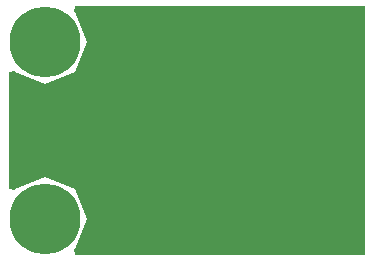
<source format=gbl>
%FSLAX25Y25*%
%MOIN*%
G70*
G01*
G75*
G04 Layer_Physical_Order=2*
G04 Layer_Color=16711680*
%ADD10R,0.06000X0.05000*%
%ADD11O,0.03937X0.01693*%
%ADD12R,0.11811X0.05906*%
%ADD13R,0.11811X0.03937*%
%ADD14R,0.03150X0.02362*%
%ADD15R,0.02362X0.03150*%
%ADD16C,0.01000*%
%ADD17C,0.03937*%
%ADD18C,0.23622*%
G36*
X120621Y1820D02*
X23901D01*
X23517Y3750D01*
X23723Y3836D01*
X27842Y13780D01*
X23723Y23723D01*
X13780Y27842D01*
X3836Y23723D01*
X3750Y23517D01*
X1820Y23901D01*
Y62713D01*
X3750Y63097D01*
X3836Y62891D01*
X13780Y58772D01*
X23723Y62891D01*
X27842Y72835D01*
X23723Y82778D01*
X23517Y82864D01*
X23901Y84795D01*
X120621D01*
Y1820D01*
D02*
G37*
D17*
X7516Y79098D02*
D03*
X20043D02*
D03*
X13780Y81693D02*
D03*
X4921Y72835D02*
D03*
X7516Y66571D02*
D03*
X13780Y63976D02*
D03*
X20043Y66571D02*
D03*
X22638Y72835D02*
D03*
X7516Y20043D02*
D03*
X20043D02*
D03*
X13780Y22638D02*
D03*
X4921Y13780D02*
D03*
X7516Y7516D02*
D03*
X13780Y4921D02*
D03*
X20043Y7516D02*
D03*
X22638Y13780D02*
D03*
D18*
X13780Y72835D02*
D03*
Y13780D02*
D03*
M02*

</source>
